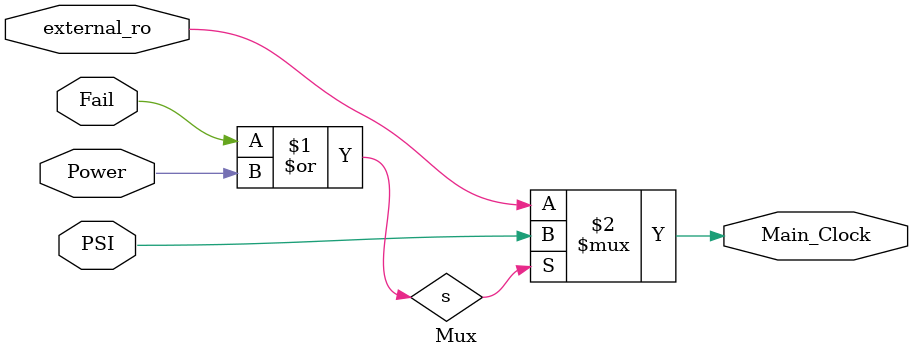
<source format=v>
module Noise_Eliminator(input clk, internal_ro, rst, output noise_less_ro);
	parameter Waitfor1 = 0;
	parameter Noisechk1 = 1;
	parameter Stable1 = 2;
	parameter Noisechk0 = 3;

	reg[1 : 0]ns;
	reg[1 : 0]ps;
	always @(posedge clk)
	begin
		case (ps)
			Waitfor1: ns = internal_ro ? Noisechk1 : Waitfor1;
			Noisechk1: ns = internal_ro ? Stable1 : Waitfor1;
			Stable1: ns = internal_ro ? Stable1 : Noisechk0;
			Noisechk0: ns = internal_ro? Stable1 : Waitfor1;
			default: ns = 0;
		endcase
	end
	
	assign noise_less_ro = (ps == Stable1) | (ps == Noisechk0);
	
	always @(posedge clk, posedge rst)
	begin
		if(rst)
			ps = 0;
		else
			ps = ns;
	end
	
endmodule

module Mux(input Fail, Power, PSI, external_ro, output Main_Clock);
	wire s = Fail|Power;
	assign Main_Clock = s ? PSI : external_ro;
endmodule 
</source>
